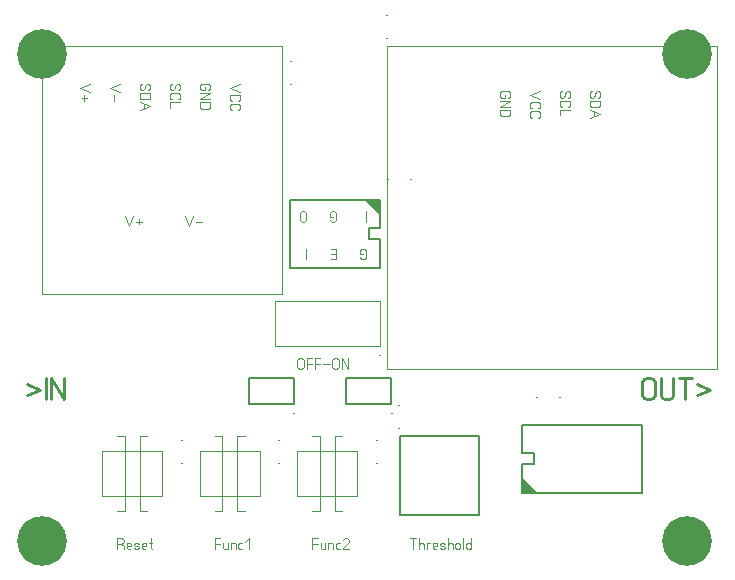
<source format=gbr>
%FSLAX34Y34*%
%MOMM*%
%LNCOPPER_BOTTOM*%
G71*
G01*
%ADD10C, 0.10*%
%ADD11C, 0.11*%
%ADD12C, 0.21*%
%ADD13C, 0.15*%
%ADD14C, 0.00*%
%ADD15C, 0.22*%
%ADD16C, 4.20*%
%LPD*%
G54D10*
X349250Y958850D02*
X349250Y920750D01*
G54D10*
X628650Y958850D02*
X628650Y920750D01*
G54D10*
X349250Y958850D02*
X628650Y958850D01*
G54D10*
X349250Y958850D02*
X628650Y958850D01*
X628650Y685800D01*
X349250Y685800D01*
X349250Y958850D01*
G54D11*
X448944Y918083D02*
X448944Y915417D01*
X446167Y915417D01*
X445056Y916083D01*
X444500Y917417D01*
X444500Y918750D01*
X445056Y920083D01*
X446167Y920750D01*
X451722Y920750D01*
X452833Y920083D01*
X453389Y918750D01*
X453389Y917417D01*
X452833Y916083D01*
X451722Y915417D01*
G54D11*
X444500Y912973D02*
X453389Y912973D01*
X444500Y907640D01*
X453389Y907640D01*
G54D11*
X444500Y905196D02*
X453389Y905196D01*
X453389Y901863D01*
X452833Y900529D01*
X451722Y899863D01*
X446167Y899863D01*
X445056Y900529D01*
X444500Y901863D01*
X444500Y905196D01*
G54D11*
X478789Y920750D02*
X469900Y917417D01*
X478789Y914083D01*
G54D11*
X471567Y906306D02*
X470456Y906972D01*
X469900Y908306D01*
X469900Y909639D01*
X470456Y910972D01*
X471567Y911639D01*
X477122Y911639D01*
X478233Y910972D01*
X478789Y909639D01*
X478789Y908306D01*
X478233Y906972D01*
X477122Y906306D01*
G54D11*
X471567Y898529D02*
X470456Y899195D01*
X469900Y900529D01*
X469900Y901862D01*
X470456Y903195D01*
X471567Y903862D01*
X477122Y903862D01*
X478233Y903195D01*
X478789Y901862D01*
X478789Y900529D01*
X478233Y899195D01*
X477122Y898529D01*
G54D11*
X496967Y920750D02*
X495856Y920083D01*
X495300Y918750D01*
X495300Y917417D01*
X495856Y916083D01*
X496967Y915417D01*
X498078Y915417D01*
X499189Y916083D01*
X499744Y917417D01*
X499744Y918750D01*
X500300Y920083D01*
X501411Y920750D01*
X502522Y920750D01*
X503633Y920083D01*
X504189Y918750D01*
X504189Y917417D01*
X503633Y916083D01*
X502522Y915417D01*
G54D11*
X496967Y907640D02*
X495856Y908306D01*
X495300Y909640D01*
X495300Y910973D01*
X495856Y912306D01*
X496967Y912973D01*
X502522Y912973D01*
X503633Y912306D01*
X504189Y910973D01*
X504189Y909640D01*
X503633Y908306D01*
X502522Y907640D01*
G54D11*
X504189Y905196D02*
X495300Y905196D01*
X495300Y900529D01*
G54D11*
X522367Y920750D02*
X521256Y920083D01*
X520700Y918750D01*
X520700Y917417D01*
X521256Y916083D01*
X522367Y915417D01*
X523478Y915417D01*
X524589Y916083D01*
X525144Y917417D01*
X525144Y918750D01*
X525700Y920083D01*
X526811Y920750D01*
X527922Y920750D01*
X529033Y920083D01*
X529589Y918750D01*
X529589Y917417D01*
X529033Y916083D01*
X527922Y915417D01*
G54D11*
X520700Y912973D02*
X529589Y912973D01*
X529589Y909640D01*
X529033Y908306D01*
X527922Y907640D01*
X522367Y907640D01*
X521256Y908306D01*
X520700Y909640D01*
X520700Y912973D01*
G54D11*
X520700Y905196D02*
X529589Y901863D01*
X520700Y898529D01*
G54D11*
X524033Y903863D02*
X524033Y899863D01*
G54D12*
X348750Y985350D02*
X348750Y985350D01*
G54D12*
X348750Y965850D02*
X348750Y965850D01*
G54D11*
X97789Y927100D02*
X88900Y923767D01*
X97789Y920433D01*
G54D11*
X92789Y917989D02*
X92789Y912656D01*
G54D11*
X95011Y915322D02*
X90567Y915322D01*
G54D11*
X123189Y927100D02*
X114300Y923767D01*
X123189Y920433D01*
G54D11*
X118189Y917989D02*
X118189Y912656D01*
G54D11*
X141367Y927100D02*
X140256Y926433D01*
X139700Y925100D01*
X139700Y923767D01*
X140256Y922433D01*
X141367Y921767D01*
X142478Y921767D01*
X143589Y922433D01*
X144144Y923767D01*
X144144Y925100D01*
X144700Y926433D01*
X145811Y927100D01*
X146922Y927100D01*
X148033Y926433D01*
X148589Y925100D01*
X148589Y923767D01*
X148033Y922433D01*
X146922Y921767D01*
G54D11*
X139700Y919323D02*
X148589Y919323D01*
X148589Y915990D01*
X148033Y914656D01*
X146922Y913990D01*
X141367Y913990D01*
X140256Y914656D01*
X139700Y915990D01*
X139700Y919323D01*
G54D11*
X139700Y911546D02*
X148589Y908213D01*
X139700Y904879D01*
G54D11*
X143033Y910213D02*
X143033Y906213D01*
G54D11*
X166767Y927100D02*
X165656Y926433D01*
X165100Y925100D01*
X165100Y923767D01*
X165656Y922433D01*
X166767Y921767D01*
X167878Y921767D01*
X168989Y922433D01*
X169544Y923767D01*
X169544Y925100D01*
X170100Y926433D01*
X171211Y927100D01*
X172322Y927100D01*
X173433Y926433D01*
X173989Y925100D01*
X173989Y923767D01*
X173433Y922433D01*
X172322Y921767D01*
G54D11*
X166767Y913990D02*
X165656Y914656D01*
X165100Y915990D01*
X165100Y917323D01*
X165656Y918656D01*
X166767Y919323D01*
X172322Y919323D01*
X173433Y918656D01*
X173989Y917323D01*
X173989Y915990D01*
X173433Y914656D01*
X172322Y913990D01*
G54D11*
X173989Y911546D02*
X165100Y911546D01*
X165100Y906879D01*
G54D11*
X194944Y924433D02*
X194944Y921767D01*
X192167Y921767D01*
X191056Y922433D01*
X190500Y923767D01*
X190500Y925100D01*
X191056Y926433D01*
X192167Y927100D01*
X197722Y927100D01*
X198833Y926433D01*
X199389Y925100D01*
X199389Y923767D01*
X198833Y922433D01*
X197722Y921767D01*
G54D11*
X190500Y919323D02*
X199389Y919323D01*
X190500Y913990D01*
X199389Y913990D01*
G54D11*
X190500Y911546D02*
X199389Y911546D01*
X199389Y908213D01*
X198833Y906879D01*
X197722Y906213D01*
X192167Y906213D01*
X191056Y906879D01*
X190500Y908213D01*
X190500Y911546D01*
G54D11*
X224789Y927100D02*
X215900Y923767D01*
X224789Y920433D01*
G54D11*
X217567Y912656D02*
X216456Y913322D01*
X215900Y914656D01*
X215900Y915989D01*
X216456Y917322D01*
X217567Y917989D01*
X223122Y917989D01*
X224233Y917322D01*
X224789Y915989D01*
X224789Y914656D01*
X224233Y913322D01*
X223122Y912656D01*
G54D11*
X217567Y904879D02*
X216456Y905545D01*
X215900Y906879D01*
X215900Y908212D01*
X216456Y909545D01*
X217567Y910212D01*
X223122Y910212D01*
X224233Y909545D01*
X224789Y908212D01*
X224789Y906879D01*
X224233Y905545D01*
X223122Y904879D01*
G54D10*
X57150Y958850D02*
X260350Y958850D01*
X260350Y749300D01*
X57150Y749300D01*
X57150Y958850D01*
G54D11*
X127000Y815339D02*
X130333Y806450D01*
X133667Y815339D01*
G54D11*
X136111Y810339D02*
X141444Y810339D01*
G54D11*
X138778Y812561D02*
X138778Y808117D01*
G54D11*
X177800Y815339D02*
X181133Y806450D01*
X184467Y815339D01*
G54D11*
X186911Y810339D02*
X192244Y810339D01*
G54D12*
X267350Y946350D02*
X267350Y946350D01*
G54D12*
X267350Y926850D02*
X267350Y926850D01*
G54D13*
X360362Y628650D02*
X360362Y561975D01*
X427038Y561975D01*
X427038Y628650D01*
X360362Y628650D01*
G54D12*
X359300Y655400D02*
X359300Y655400D01*
G54D12*
X359300Y635900D02*
X359300Y635900D01*
G54D10*
X273050Y615950D02*
X323850Y615950D01*
X323850Y577850D01*
X273050Y577850D01*
X273050Y615950D01*
G54D10*
X285750Y628650D02*
X292100Y628650D01*
X292100Y565150D01*
X285750Y565150D01*
G54D10*
X311150Y628650D02*
X304800Y628650D01*
X304800Y565150D01*
X311150Y565150D01*
G54D12*
X340350Y625650D02*
X340350Y625650D01*
G54D12*
X340350Y606150D02*
X340350Y606150D01*
G54D10*
X342900Y704850D02*
X254000Y704850D01*
X254000Y742950D01*
X342900Y742950D01*
X342900Y704850D01*
G54D12*
X343400Y678350D02*
X343400Y678350D01*
G54D12*
X343400Y697850D02*
X343400Y697850D01*
G54D13*
X463550Y638200D02*
X463550Y614300D01*
X473050Y614300D01*
X473050Y604900D01*
X463550Y604900D01*
X463550Y581000D01*
X565150Y581000D01*
X565150Y638200D01*
X463550Y638200D01*
G36*
X463450Y581000D02*
X463450Y593700D01*
X476250Y581000D01*
X463450Y581000D01*
G37*
G54D14*
X463450Y581000D02*
X463450Y593700D01*
X476250Y581000D01*
X463450Y581000D01*
G54D12*
X475800Y662025D02*
X475800Y662025D01*
G54D12*
X495300Y662025D02*
X495300Y662025D01*
G54D11*
X278383Y693022D02*
X278383Y687467D01*
X277717Y686356D01*
X276383Y685800D01*
X275050Y685800D01*
X273717Y686356D01*
X273050Y687467D01*
X273050Y693022D01*
X273717Y694133D01*
X275050Y694689D01*
X276383Y694689D01*
X277717Y694133D01*
X278383Y693022D01*
G54D11*
X280827Y685800D02*
X280827Y694689D01*
X285494Y694689D01*
G54D11*
X280827Y690244D02*
X285494Y690244D01*
G54D11*
X287938Y685800D02*
X287938Y694689D01*
X292605Y694689D01*
G54D11*
X287938Y690244D02*
X292605Y690244D01*
G54D11*
X295049Y689689D02*
X300382Y689689D01*
G54D11*
X308159Y693022D02*
X308159Y687467D01*
X307493Y686356D01*
X306159Y685800D01*
X304826Y685800D01*
X303493Y686356D01*
X302826Y687467D01*
X302826Y693022D01*
X303493Y694133D01*
X304826Y694689D01*
X306159Y694689D01*
X307493Y694133D01*
X308159Y693022D01*
G54D11*
X310603Y685800D02*
X310603Y694689D01*
X315936Y685800D01*
X315936Y694689D01*
G54D15*
X44450Y672622D02*
X55117Y668178D01*
G54D15*
X44450Y663733D02*
X55117Y668178D01*
G54D15*
X60006Y660400D02*
X60006Y678178D01*
G54D15*
X64895Y660400D02*
X64895Y678178D01*
X75562Y660400D01*
X75562Y678178D01*
G54D15*
X575817Y674844D02*
X575817Y663733D01*
X574483Y661511D01*
X571817Y660400D01*
X569150Y660400D01*
X566483Y661511D01*
X565150Y663733D01*
X565150Y674844D01*
X566483Y677067D01*
X569150Y678178D01*
X571817Y678178D01*
X574483Y677067D01*
X575817Y674844D01*
G54D15*
X580706Y678178D02*
X580706Y663733D01*
X582039Y661511D01*
X584706Y660400D01*
X587373Y660400D01*
X590039Y661511D01*
X591373Y663733D01*
X591373Y678178D01*
G54D15*
X601595Y660400D02*
X601595Y678178D01*
G54D15*
X596262Y678178D02*
X606929Y678178D01*
G54D15*
X611818Y672622D02*
X622485Y668178D01*
G54D15*
X611818Y663733D02*
X622485Y668178D01*
G54D11*
X123317Y537844D02*
X125317Y536733D01*
X125983Y535622D01*
X125983Y533400D01*
G54D11*
X120650Y533400D02*
X120650Y542289D01*
X123983Y542289D01*
X125317Y541733D01*
X125983Y540622D01*
X125983Y539511D01*
X125317Y538400D01*
X123983Y537844D01*
X120650Y537844D01*
G54D11*
X132427Y533956D02*
X131360Y533400D01*
X130027Y533400D01*
X128694Y533956D01*
X128427Y535067D01*
X128427Y536956D01*
X129094Y538067D01*
X130427Y538400D01*
X131760Y538067D01*
X132427Y537289D01*
X132427Y536178D01*
X128427Y536178D01*
G54D11*
X134871Y533956D02*
X136204Y533400D01*
X137538Y533400D01*
X138871Y533956D01*
X138871Y535067D01*
X138204Y535622D01*
X135538Y536178D01*
X134871Y536733D01*
X134871Y537844D01*
X136204Y538400D01*
X137538Y538400D01*
X138871Y537844D01*
G54D11*
X145315Y533956D02*
X144248Y533400D01*
X142915Y533400D01*
X141582Y533956D01*
X141315Y535067D01*
X141315Y536956D01*
X141982Y538067D01*
X143315Y538400D01*
X144648Y538067D01*
X145315Y537289D01*
X145315Y536178D01*
X141315Y536178D01*
G54D11*
X149092Y542289D02*
X149092Y533956D01*
X149759Y533400D01*
X150426Y533622D01*
G54D11*
X147759Y538400D02*
X150426Y538400D01*
G54D11*
X370967Y533400D02*
X370967Y542289D01*
G54D11*
X368300Y542289D02*
X373633Y542289D01*
G54D11*
X376077Y533400D02*
X376077Y542289D01*
G54D11*
X376077Y536956D02*
X376744Y538067D01*
X378077Y538400D01*
X379410Y538067D01*
X380077Y536956D01*
X380077Y533400D01*
G54D11*
X382521Y533400D02*
X382521Y538400D01*
G54D11*
X382521Y537289D02*
X383854Y538400D01*
X385188Y538400D01*
G54D11*
X391632Y533956D02*
X390565Y533400D01*
X389232Y533400D01*
X387899Y533956D01*
X387632Y535067D01*
X387632Y536956D01*
X388299Y538067D01*
X389632Y538400D01*
X390965Y538067D01*
X391632Y537289D01*
X391632Y536178D01*
X387632Y536178D01*
G54D11*
X394076Y533956D02*
X395409Y533400D01*
X396743Y533400D01*
X398076Y533956D01*
X398076Y535067D01*
X397409Y535622D01*
X394743Y536178D01*
X394076Y536733D01*
X394076Y537844D01*
X395409Y538400D01*
X396743Y538400D01*
X398076Y537844D01*
G54D11*
X400520Y533400D02*
X400520Y542289D01*
G54D11*
X400520Y536956D02*
X401187Y538067D01*
X402520Y538400D01*
X403853Y538067D01*
X404520Y536956D01*
X404520Y533400D01*
G54D11*
X410964Y534733D02*
X410964Y536956D01*
X410297Y538067D01*
X408964Y538400D01*
X407631Y538067D01*
X406964Y536956D01*
X406964Y534733D01*
X407631Y533622D01*
X408964Y533400D01*
X410297Y533622D01*
X410964Y534733D01*
G54D11*
X413408Y533400D02*
X413408Y542289D01*
G54D11*
X419852Y533400D02*
X419852Y542289D01*
G54D11*
X419852Y536956D02*
X419185Y538067D01*
X417852Y538400D01*
X416519Y538067D01*
X415852Y536956D01*
X415852Y534733D01*
X416519Y533622D01*
X417852Y533400D01*
X419185Y533622D01*
X419852Y534733D01*
G54D10*
X190500Y615950D02*
X241300Y615950D01*
X241300Y577850D01*
X190500Y577850D01*
X190500Y615950D01*
G54D10*
X203200Y628650D02*
X209550Y628650D01*
X209550Y565150D01*
X203200Y565150D01*
G54D10*
X228600Y628650D02*
X222250Y628650D01*
X222250Y565150D01*
X228600Y565150D01*
G54D12*
X257800Y625650D02*
X257800Y625650D01*
G54D12*
X257800Y606150D02*
X257800Y606150D01*
G54D10*
X107950Y615950D02*
X158750Y615950D01*
X158750Y577850D01*
X107950Y577850D01*
X107950Y615950D01*
G54D10*
X120650Y628650D02*
X127000Y628650D01*
X127000Y565150D01*
X120650Y565150D01*
G54D10*
X146050Y628650D02*
X139700Y628650D01*
X139700Y565150D01*
X146050Y565150D01*
G54D12*
X175250Y625650D02*
X175250Y625650D01*
G54D12*
X175250Y606150D02*
X175250Y606150D01*
G54D11*
X203200Y533400D02*
X203200Y542289D01*
X207867Y542289D01*
G54D11*
X203200Y537844D02*
X207867Y537844D01*
G54D11*
X214311Y538400D02*
X214311Y533400D01*
G54D11*
X214311Y534511D02*
X213644Y533622D01*
X212311Y533400D01*
X210978Y533622D01*
X210311Y534511D01*
X210311Y538400D01*
G54D11*
X216755Y533400D02*
X216755Y538400D01*
G54D11*
X216755Y537289D02*
X217422Y538067D01*
X218755Y538400D01*
X220088Y538067D01*
X220755Y537289D01*
X220755Y533400D01*
G54D11*
X226532Y538067D02*
X225199Y538400D01*
X223866Y538067D01*
X223199Y536956D01*
X223199Y534733D01*
X223866Y533622D01*
X225199Y533400D01*
X226532Y533622D01*
G54D11*
X228976Y538956D02*
X232309Y542289D01*
X232309Y533400D01*
G54D11*
X285750Y533400D02*
X285750Y542289D01*
X290417Y542289D01*
G54D11*
X285750Y537844D02*
X290417Y537844D01*
G54D11*
X296861Y538400D02*
X296861Y533400D01*
G54D11*
X296861Y534511D02*
X296194Y533622D01*
X294861Y533400D01*
X293528Y533622D01*
X292861Y534511D01*
X292861Y538400D01*
G54D11*
X299305Y533400D02*
X299305Y538400D01*
G54D11*
X299305Y537289D02*
X299972Y538067D01*
X301305Y538400D01*
X302638Y538067D01*
X303305Y537289D01*
X303305Y533400D01*
G54D11*
X309082Y538067D02*
X307749Y538400D01*
X306416Y538067D01*
X305749Y536956D01*
X305749Y534733D01*
X306416Y533622D01*
X307749Y533400D01*
X309082Y533622D01*
G54D11*
X316859Y533400D02*
X311526Y533400D01*
X311526Y533956D01*
X312193Y535067D01*
X316193Y538400D01*
X316859Y539511D01*
X316859Y540622D01*
X316193Y541733D01*
X314859Y542289D01*
X313526Y542289D01*
X312193Y541733D01*
X311526Y540622D01*
G54D13*
X342900Y771500D02*
X342900Y795400D01*
X333400Y795400D01*
X333400Y804800D01*
X342900Y804800D01*
X342900Y828700D01*
X266700Y828700D01*
X266700Y771500D01*
X342900Y771500D01*
G36*
X343000Y828700D02*
X343000Y816000D01*
X330200Y828700D01*
X343000Y828700D01*
G37*
G54D14*
X343000Y828700D02*
X343000Y816000D01*
X330200Y828700D01*
X343000Y828700D01*
G54D12*
X369650Y846200D02*
X369650Y846200D01*
G54D12*
X350150Y846200D02*
X350150Y846200D01*
G54D11*
X328552Y782988D02*
X325885Y782987D01*
X325885Y785765D01*
X326552Y786876D01*
X327885Y787432D01*
X329218Y787432D01*
X330552Y786876D01*
X331218Y785765D01*
X331218Y780210D01*
X330552Y779098D01*
X329218Y778543D01*
X327885Y778543D01*
X326552Y779098D01*
X325885Y780210D01*
G54D11*
X301152Y787432D02*
X305818Y787432D01*
X305818Y778543D01*
X301151Y778543D01*
G54D11*
X305818Y782988D02*
X301151Y782987D01*
G54D11*
X280418Y787432D02*
X280418Y778543D01*
G54D11*
X331218Y819182D02*
X331218Y810293D01*
G54D11*
X303152Y814737D02*
X300485Y814737D01*
X300485Y817515D01*
X301152Y818626D01*
X302485Y819182D01*
X303818Y819182D01*
X305152Y818626D01*
X305818Y817515D01*
X305818Y811960D01*
X305152Y810849D01*
X303818Y810293D01*
X302485Y810293D01*
X301152Y810849D01*
X300485Y811960D01*
G54D11*
X275085Y811960D02*
X275085Y817515D01*
X275752Y818626D01*
X277085Y819182D01*
X278418Y819182D01*
X279752Y818626D01*
X280418Y817515D01*
X280418Y811960D01*
X279751Y810848D01*
X278418Y810293D01*
X277085Y810293D01*
X275752Y810849D01*
X275085Y811960D01*
X57150Y539750D02*
G54D16*
D03*
X603250Y539750D02*
G54D16*
D03*
X603250Y952500D02*
G54D16*
D03*
X57150Y952500D02*
G54D16*
D03*
G54D13*
X269850Y677750D02*
X269850Y655750D01*
X231850Y655750D01*
X231850Y677750D01*
X269850Y677750D01*
G54D12*
X270600Y648500D02*
X270600Y648500D01*
G54D13*
X352400Y677750D02*
X352400Y655750D01*
X314400Y655750D01*
X314400Y677750D01*
X352400Y677750D01*
G54D12*
X353150Y648500D02*
X353150Y648500D01*
M02*

</source>
